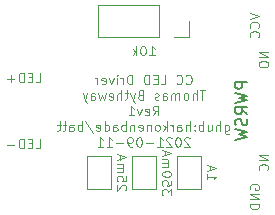
<source format=gbo>
%TF.GenerationSoftware,KiCad,Pcbnew,(5.1.9)-1*%
%TF.CreationDate,2021-09-17T21:45:03+01:00*%
%TF.ProjectId,led-addon,6c65642d-6164-4646-9f6e-2e6b69636164,rev?*%
%TF.SameCoordinates,Original*%
%TF.FileFunction,Legend,Bot*%
%TF.FilePolarity,Positive*%
%FSLAX46Y46*%
G04 Gerber Fmt 4.6, Leading zero omitted, Abs format (unit mm)*
G04 Created by KiCad (PCBNEW (5.1.9)-1) date 2021-09-17 21:45:03*
%MOMM*%
%LPD*%
G01*
G04 APERTURE LIST*
%ADD10C,0.120000*%
%ADD11C,0.150000*%
G04 APERTURE END LIST*
D10*
X43541904Y-27990880D02*
X42741904Y-27990880D01*
X43541904Y-28448023D01*
X42741904Y-28448023D01*
X42741904Y-28981357D02*
X42741904Y-29133738D01*
X42780000Y-29209928D01*
X42856190Y-29286119D01*
X43008571Y-29324214D01*
X43275238Y-29324214D01*
X43427619Y-29286119D01*
X43503809Y-29209928D01*
X43541904Y-29133738D01*
X43541904Y-28981357D01*
X43503809Y-28905166D01*
X43427619Y-28828976D01*
X43275238Y-28790880D01*
X43008571Y-28790880D01*
X42856190Y-28828976D01*
X42780000Y-28905166D01*
X42741904Y-28981357D01*
X43541904Y-36709428D02*
X42741904Y-36709428D01*
X43541904Y-37166571D01*
X42741904Y-37166571D01*
X43465714Y-38004666D02*
X43503809Y-37966571D01*
X43541904Y-37852285D01*
X43541904Y-37776095D01*
X43503809Y-37661809D01*
X43427619Y-37585619D01*
X43351428Y-37547523D01*
X43199047Y-37509428D01*
X43084761Y-37509428D01*
X42932380Y-37547523D01*
X42856190Y-37585619D01*
X42780000Y-37661809D01*
X42741904Y-37776095D01*
X42741904Y-37852285D01*
X42780000Y-37966571D01*
X42818095Y-38004666D01*
X31476904Y-39712714D02*
X31515000Y-39674619D01*
X31553095Y-39598428D01*
X31553095Y-39407952D01*
X31515000Y-39331761D01*
X31476904Y-39293666D01*
X31400714Y-39255571D01*
X31324523Y-39255571D01*
X31210238Y-39293666D01*
X30753095Y-39750809D01*
X30753095Y-39255571D01*
X31553095Y-38531761D02*
X31553095Y-38912714D01*
X31172142Y-38950809D01*
X31210238Y-38912714D01*
X31248333Y-38836523D01*
X31248333Y-38646047D01*
X31210238Y-38569857D01*
X31172142Y-38531761D01*
X31095952Y-38493666D01*
X30905476Y-38493666D01*
X30829285Y-38531761D01*
X30791190Y-38569857D01*
X30753095Y-38646047D01*
X30753095Y-38836523D01*
X30791190Y-38912714D01*
X30829285Y-38950809D01*
X30753095Y-38150809D02*
X31286428Y-38150809D01*
X31210238Y-38150809D02*
X31248333Y-38112714D01*
X31286428Y-38036523D01*
X31286428Y-37922238D01*
X31248333Y-37846047D01*
X31172142Y-37807952D01*
X30753095Y-37807952D01*
X31172142Y-37807952D02*
X31248333Y-37769857D01*
X31286428Y-37693666D01*
X31286428Y-37579380D01*
X31248333Y-37503190D01*
X31172142Y-37465095D01*
X30753095Y-37465095D01*
X30981666Y-37122238D02*
X30981666Y-36741285D01*
X30753095Y-37198428D02*
X31553095Y-36931761D01*
X30753095Y-36665095D01*
X35363095Y-40131761D02*
X35363095Y-39636523D01*
X35058333Y-39903190D01*
X35058333Y-39788904D01*
X35020238Y-39712714D01*
X34982142Y-39674619D01*
X34905952Y-39636523D01*
X34715476Y-39636523D01*
X34639285Y-39674619D01*
X34601190Y-39712714D01*
X34563095Y-39788904D01*
X34563095Y-40017476D01*
X34601190Y-40093666D01*
X34639285Y-40131761D01*
X35363095Y-38912714D02*
X35363095Y-39293666D01*
X34982142Y-39331761D01*
X35020238Y-39293666D01*
X35058333Y-39217476D01*
X35058333Y-39027000D01*
X35020238Y-38950809D01*
X34982142Y-38912714D01*
X34905952Y-38874619D01*
X34715476Y-38874619D01*
X34639285Y-38912714D01*
X34601190Y-38950809D01*
X34563095Y-39027000D01*
X34563095Y-39217476D01*
X34601190Y-39293666D01*
X34639285Y-39331761D01*
X35363095Y-38379380D02*
X35363095Y-38303190D01*
X35325000Y-38227000D01*
X35286904Y-38188904D01*
X35210714Y-38150809D01*
X35058333Y-38112714D01*
X34867857Y-38112714D01*
X34715476Y-38150809D01*
X34639285Y-38188904D01*
X34601190Y-38227000D01*
X34563095Y-38303190D01*
X34563095Y-38379380D01*
X34601190Y-38455571D01*
X34639285Y-38493666D01*
X34715476Y-38531761D01*
X34867857Y-38569857D01*
X35058333Y-38569857D01*
X35210714Y-38531761D01*
X35286904Y-38493666D01*
X35325000Y-38455571D01*
X35363095Y-38379380D01*
X34563095Y-37769857D02*
X35096428Y-37769857D01*
X35020238Y-37769857D02*
X35058333Y-37731761D01*
X35096428Y-37655571D01*
X35096428Y-37541285D01*
X35058333Y-37465095D01*
X34982142Y-37427000D01*
X34563095Y-37427000D01*
X34982142Y-37427000D02*
X35058333Y-37388904D01*
X35096428Y-37312714D01*
X35096428Y-37198428D01*
X35058333Y-37122238D01*
X34982142Y-37084142D01*
X34563095Y-37084142D01*
X34791666Y-36741285D02*
X34791666Y-36360333D01*
X34563095Y-36817476D02*
X35363095Y-36550809D01*
X34563095Y-36284142D01*
X38373095Y-38341285D02*
X38373095Y-38798428D01*
X38373095Y-38569857D02*
X39173095Y-38569857D01*
X39058809Y-38646047D01*
X38982619Y-38722238D01*
X38944523Y-38798428D01*
X38601666Y-38036523D02*
X38601666Y-37655571D01*
X38373095Y-38112714D02*
X39173095Y-37846047D01*
X38373095Y-37579380D01*
X36600952Y-30665714D02*
X36639047Y-30703809D01*
X36753333Y-30741904D01*
X36829523Y-30741904D01*
X36943809Y-30703809D01*
X37020000Y-30627619D01*
X37058095Y-30551428D01*
X37096190Y-30399047D01*
X37096190Y-30284761D01*
X37058095Y-30132380D01*
X37020000Y-30056190D01*
X36943809Y-29980000D01*
X36829523Y-29941904D01*
X36753333Y-29941904D01*
X36639047Y-29980000D01*
X36600952Y-30018095D01*
X35800952Y-30665714D02*
X35839047Y-30703809D01*
X35953333Y-30741904D01*
X36029523Y-30741904D01*
X36143809Y-30703809D01*
X36220000Y-30627619D01*
X36258095Y-30551428D01*
X36296190Y-30399047D01*
X36296190Y-30284761D01*
X36258095Y-30132380D01*
X36220000Y-30056190D01*
X36143809Y-29980000D01*
X36029523Y-29941904D01*
X35953333Y-29941904D01*
X35839047Y-29980000D01*
X35800952Y-30018095D01*
X34467619Y-30741904D02*
X34848571Y-30741904D01*
X34848571Y-29941904D01*
X34200952Y-30322857D02*
X33934285Y-30322857D01*
X33820000Y-30741904D02*
X34200952Y-30741904D01*
X34200952Y-29941904D01*
X33820000Y-29941904D01*
X33477142Y-30741904D02*
X33477142Y-29941904D01*
X33286666Y-29941904D01*
X33172380Y-29980000D01*
X33096190Y-30056190D01*
X33058095Y-30132380D01*
X33020000Y-30284761D01*
X33020000Y-30399047D01*
X33058095Y-30551428D01*
X33096190Y-30627619D01*
X33172380Y-30703809D01*
X33286666Y-30741904D01*
X33477142Y-30741904D01*
X32067619Y-30741904D02*
X32067619Y-29941904D01*
X31877142Y-29941904D01*
X31762857Y-29980000D01*
X31686666Y-30056190D01*
X31648571Y-30132380D01*
X31610476Y-30284761D01*
X31610476Y-30399047D01*
X31648571Y-30551428D01*
X31686666Y-30627619D01*
X31762857Y-30703809D01*
X31877142Y-30741904D01*
X32067619Y-30741904D01*
X31267619Y-30741904D02*
X31267619Y-30208571D01*
X31267619Y-30360952D02*
X31229523Y-30284761D01*
X31191428Y-30246666D01*
X31115238Y-30208571D01*
X31039047Y-30208571D01*
X30772380Y-30741904D02*
X30772380Y-30208571D01*
X30772380Y-29941904D02*
X30810476Y-29980000D01*
X30772380Y-30018095D01*
X30734285Y-29980000D01*
X30772380Y-29941904D01*
X30772380Y-30018095D01*
X30467619Y-30208571D02*
X30277142Y-30741904D01*
X30086666Y-30208571D01*
X29477142Y-30703809D02*
X29553333Y-30741904D01*
X29705714Y-30741904D01*
X29781904Y-30703809D01*
X29820000Y-30627619D01*
X29820000Y-30322857D01*
X29781904Y-30246666D01*
X29705714Y-30208571D01*
X29553333Y-30208571D01*
X29477142Y-30246666D01*
X29439047Y-30322857D01*
X29439047Y-30399047D01*
X29820000Y-30475238D01*
X29096190Y-30741904D02*
X29096190Y-30208571D01*
X29096190Y-30360952D02*
X29058095Y-30284761D01*
X29020000Y-30246666D01*
X28943809Y-30208571D01*
X28867619Y-30208571D01*
X38220000Y-31261904D02*
X37762857Y-31261904D01*
X37991428Y-32061904D02*
X37991428Y-31261904D01*
X37496190Y-32061904D02*
X37496190Y-31261904D01*
X37153333Y-32061904D02*
X37153333Y-31642857D01*
X37191428Y-31566666D01*
X37267619Y-31528571D01*
X37381904Y-31528571D01*
X37458095Y-31566666D01*
X37496190Y-31604761D01*
X36658095Y-32061904D02*
X36734285Y-32023809D01*
X36772380Y-31985714D01*
X36810476Y-31909523D01*
X36810476Y-31680952D01*
X36772380Y-31604761D01*
X36734285Y-31566666D01*
X36658095Y-31528571D01*
X36543809Y-31528571D01*
X36467619Y-31566666D01*
X36429523Y-31604761D01*
X36391428Y-31680952D01*
X36391428Y-31909523D01*
X36429523Y-31985714D01*
X36467619Y-32023809D01*
X36543809Y-32061904D01*
X36658095Y-32061904D01*
X36048571Y-32061904D02*
X36048571Y-31528571D01*
X36048571Y-31604761D02*
X36010476Y-31566666D01*
X35934285Y-31528571D01*
X35820000Y-31528571D01*
X35743809Y-31566666D01*
X35705714Y-31642857D01*
X35705714Y-32061904D01*
X35705714Y-31642857D02*
X35667619Y-31566666D01*
X35591428Y-31528571D01*
X35477142Y-31528571D01*
X35400952Y-31566666D01*
X35362857Y-31642857D01*
X35362857Y-32061904D01*
X34639047Y-32061904D02*
X34639047Y-31642857D01*
X34677142Y-31566666D01*
X34753333Y-31528571D01*
X34905714Y-31528571D01*
X34981904Y-31566666D01*
X34639047Y-32023809D02*
X34715238Y-32061904D01*
X34905714Y-32061904D01*
X34981904Y-32023809D01*
X35020000Y-31947619D01*
X35020000Y-31871428D01*
X34981904Y-31795238D01*
X34905714Y-31757142D01*
X34715238Y-31757142D01*
X34639047Y-31719047D01*
X34296190Y-32023809D02*
X34220000Y-32061904D01*
X34067619Y-32061904D01*
X33991428Y-32023809D01*
X33953333Y-31947619D01*
X33953333Y-31909523D01*
X33991428Y-31833333D01*
X34067619Y-31795238D01*
X34181904Y-31795238D01*
X34258095Y-31757142D01*
X34296190Y-31680952D01*
X34296190Y-31642857D01*
X34258095Y-31566666D01*
X34181904Y-31528571D01*
X34067619Y-31528571D01*
X33991428Y-31566666D01*
X32734285Y-31642857D02*
X32620000Y-31680952D01*
X32581904Y-31719047D01*
X32543809Y-31795238D01*
X32543809Y-31909523D01*
X32581904Y-31985714D01*
X32620000Y-32023809D01*
X32696190Y-32061904D01*
X33000952Y-32061904D01*
X33000952Y-31261904D01*
X32734285Y-31261904D01*
X32658095Y-31300000D01*
X32620000Y-31338095D01*
X32581904Y-31414285D01*
X32581904Y-31490476D01*
X32620000Y-31566666D01*
X32658095Y-31604761D01*
X32734285Y-31642857D01*
X33000952Y-31642857D01*
X32277142Y-31528571D02*
X32086666Y-32061904D01*
X31896190Y-31528571D02*
X32086666Y-32061904D01*
X32162857Y-32252380D01*
X32200952Y-32290476D01*
X32277142Y-32328571D01*
X31705714Y-31528571D02*
X31400952Y-31528571D01*
X31591428Y-31261904D02*
X31591428Y-31947619D01*
X31553333Y-32023809D01*
X31477142Y-32061904D01*
X31400952Y-32061904D01*
X31134285Y-32061904D02*
X31134285Y-31261904D01*
X30791428Y-32061904D02*
X30791428Y-31642857D01*
X30829523Y-31566666D01*
X30905714Y-31528571D01*
X31019999Y-31528571D01*
X31096190Y-31566666D01*
X31134285Y-31604761D01*
X30105714Y-32023809D02*
X30181904Y-32061904D01*
X30334285Y-32061904D01*
X30410476Y-32023809D01*
X30448571Y-31947619D01*
X30448571Y-31642857D01*
X30410476Y-31566666D01*
X30334285Y-31528571D01*
X30181904Y-31528571D01*
X30105714Y-31566666D01*
X30067619Y-31642857D01*
X30067619Y-31719047D01*
X30448571Y-31795238D01*
X29800952Y-31528571D02*
X29648571Y-32061904D01*
X29496190Y-31680952D01*
X29343809Y-32061904D01*
X29191428Y-31528571D01*
X28543809Y-32061904D02*
X28543809Y-31642857D01*
X28581904Y-31566666D01*
X28658095Y-31528571D01*
X28810476Y-31528571D01*
X28886666Y-31566666D01*
X28543809Y-32023809D02*
X28619999Y-32061904D01*
X28810476Y-32061904D01*
X28886666Y-32023809D01*
X28924761Y-31947619D01*
X28924761Y-31871428D01*
X28886666Y-31795238D01*
X28810476Y-31757142D01*
X28619999Y-31757142D01*
X28543809Y-31719047D01*
X28239047Y-31528571D02*
X28048571Y-32061904D01*
X27858095Y-31528571D02*
X28048571Y-32061904D01*
X28124761Y-32252380D01*
X28162857Y-32290476D01*
X28239047Y-32328571D01*
X33800952Y-33381904D02*
X34067619Y-33000952D01*
X34258095Y-33381904D02*
X34258095Y-32581904D01*
X33953333Y-32581904D01*
X33877142Y-32620000D01*
X33839047Y-32658095D01*
X33800952Y-32734285D01*
X33800952Y-32848571D01*
X33839047Y-32924761D01*
X33877142Y-32962857D01*
X33953333Y-33000952D01*
X34258095Y-33000952D01*
X33153333Y-33343809D02*
X33229523Y-33381904D01*
X33381904Y-33381904D01*
X33458095Y-33343809D01*
X33496190Y-33267619D01*
X33496190Y-32962857D01*
X33458095Y-32886666D01*
X33381904Y-32848571D01*
X33229523Y-32848571D01*
X33153333Y-32886666D01*
X33115238Y-32962857D01*
X33115238Y-33039047D01*
X33496190Y-33115238D01*
X32848571Y-32848571D02*
X32658095Y-33381904D01*
X32467619Y-32848571D01*
X31743809Y-33381904D02*
X32200952Y-33381904D01*
X31972380Y-33381904D02*
X31972380Y-32581904D01*
X32048571Y-32696190D01*
X32124761Y-32772380D01*
X32200952Y-32810476D01*
X39877142Y-34168571D02*
X39877142Y-34816190D01*
X39915238Y-34892380D01*
X39953333Y-34930476D01*
X40029523Y-34968571D01*
X40143809Y-34968571D01*
X40220000Y-34930476D01*
X39877142Y-34663809D02*
X39953333Y-34701904D01*
X40105714Y-34701904D01*
X40181904Y-34663809D01*
X40220000Y-34625714D01*
X40258095Y-34549523D01*
X40258095Y-34320952D01*
X40220000Y-34244761D01*
X40181904Y-34206666D01*
X40105714Y-34168571D01*
X39953333Y-34168571D01*
X39877142Y-34206666D01*
X39496190Y-34701904D02*
X39496190Y-33901904D01*
X39153333Y-34701904D02*
X39153333Y-34282857D01*
X39191428Y-34206666D01*
X39267619Y-34168571D01*
X39381904Y-34168571D01*
X39458095Y-34206666D01*
X39496190Y-34244761D01*
X38429523Y-34168571D02*
X38429523Y-34701904D01*
X38772380Y-34168571D02*
X38772380Y-34587619D01*
X38734285Y-34663809D01*
X38658095Y-34701904D01*
X38543809Y-34701904D01*
X38467619Y-34663809D01*
X38429523Y-34625714D01*
X38048571Y-34701904D02*
X38048571Y-33901904D01*
X38048571Y-34206666D02*
X37972380Y-34168571D01*
X37820000Y-34168571D01*
X37743809Y-34206666D01*
X37705714Y-34244761D01*
X37667619Y-34320952D01*
X37667619Y-34549523D01*
X37705714Y-34625714D01*
X37743809Y-34663809D01*
X37820000Y-34701904D01*
X37972380Y-34701904D01*
X38048571Y-34663809D01*
X37324761Y-34625714D02*
X37286666Y-34663809D01*
X37324761Y-34701904D01*
X37362857Y-34663809D01*
X37324761Y-34625714D01*
X37324761Y-34701904D01*
X37324761Y-34206666D02*
X37286666Y-34244761D01*
X37324761Y-34282857D01*
X37362857Y-34244761D01*
X37324761Y-34206666D01*
X37324761Y-34282857D01*
X36943809Y-34701904D02*
X36943809Y-33901904D01*
X36600952Y-34701904D02*
X36600952Y-34282857D01*
X36639047Y-34206666D01*
X36715238Y-34168571D01*
X36829523Y-34168571D01*
X36905714Y-34206666D01*
X36943809Y-34244761D01*
X35877142Y-34701904D02*
X35877142Y-34282857D01*
X35915238Y-34206666D01*
X35991428Y-34168571D01*
X36143809Y-34168571D01*
X36220000Y-34206666D01*
X35877142Y-34663809D02*
X35953333Y-34701904D01*
X36143809Y-34701904D01*
X36220000Y-34663809D01*
X36258095Y-34587619D01*
X36258095Y-34511428D01*
X36220000Y-34435238D01*
X36143809Y-34397142D01*
X35953333Y-34397142D01*
X35877142Y-34359047D01*
X35496190Y-34701904D02*
X35496190Y-34168571D01*
X35496190Y-34320952D02*
X35458095Y-34244761D01*
X35420000Y-34206666D01*
X35343809Y-34168571D01*
X35267619Y-34168571D01*
X35000952Y-34701904D02*
X35000952Y-33901904D01*
X34924761Y-34397142D02*
X34696190Y-34701904D01*
X34696190Y-34168571D02*
X35000952Y-34473333D01*
X34239047Y-34701904D02*
X34315238Y-34663809D01*
X34353333Y-34625714D01*
X34391428Y-34549523D01*
X34391428Y-34320952D01*
X34353333Y-34244761D01*
X34315238Y-34206666D01*
X34239047Y-34168571D01*
X34124761Y-34168571D01*
X34048571Y-34206666D01*
X34010476Y-34244761D01*
X33972380Y-34320952D01*
X33972380Y-34549523D01*
X34010476Y-34625714D01*
X34048571Y-34663809D01*
X34124761Y-34701904D01*
X34239047Y-34701904D01*
X33629523Y-34168571D02*
X33629523Y-34701904D01*
X33629523Y-34244761D02*
X33591428Y-34206666D01*
X33515238Y-34168571D01*
X33400952Y-34168571D01*
X33324761Y-34206666D01*
X33286666Y-34282857D01*
X33286666Y-34701904D01*
X32600952Y-34663809D02*
X32677142Y-34701904D01*
X32829523Y-34701904D01*
X32905714Y-34663809D01*
X32943809Y-34587619D01*
X32943809Y-34282857D01*
X32905714Y-34206666D01*
X32829523Y-34168571D01*
X32677142Y-34168571D01*
X32600952Y-34206666D01*
X32562857Y-34282857D01*
X32562857Y-34359047D01*
X32943809Y-34435238D01*
X32220000Y-34168571D02*
X32220000Y-34701904D01*
X32220000Y-34244761D02*
X32181904Y-34206666D01*
X32105714Y-34168571D01*
X31991428Y-34168571D01*
X31915238Y-34206666D01*
X31877142Y-34282857D01*
X31877142Y-34701904D01*
X31496190Y-34701904D02*
X31496190Y-33901904D01*
X31496190Y-34206666D02*
X31420000Y-34168571D01*
X31267619Y-34168571D01*
X31191428Y-34206666D01*
X31153333Y-34244761D01*
X31115238Y-34320952D01*
X31115238Y-34549523D01*
X31153333Y-34625714D01*
X31191428Y-34663809D01*
X31267619Y-34701904D01*
X31420000Y-34701904D01*
X31496190Y-34663809D01*
X30429523Y-34701904D02*
X30429523Y-34282857D01*
X30467619Y-34206666D01*
X30543809Y-34168571D01*
X30696190Y-34168571D01*
X30772380Y-34206666D01*
X30429523Y-34663809D02*
X30505714Y-34701904D01*
X30696190Y-34701904D01*
X30772380Y-34663809D01*
X30810476Y-34587619D01*
X30810476Y-34511428D01*
X30772380Y-34435238D01*
X30696190Y-34397142D01*
X30505714Y-34397142D01*
X30429523Y-34359047D01*
X29705714Y-34701904D02*
X29705714Y-33901904D01*
X29705714Y-34663809D02*
X29781904Y-34701904D01*
X29934285Y-34701904D01*
X30010476Y-34663809D01*
X30048571Y-34625714D01*
X30086666Y-34549523D01*
X30086666Y-34320952D01*
X30048571Y-34244761D01*
X30010476Y-34206666D01*
X29934285Y-34168571D01*
X29781904Y-34168571D01*
X29705714Y-34206666D01*
X29020000Y-34663809D02*
X29096190Y-34701904D01*
X29248571Y-34701904D01*
X29324761Y-34663809D01*
X29362857Y-34587619D01*
X29362857Y-34282857D01*
X29324761Y-34206666D01*
X29248571Y-34168571D01*
X29096190Y-34168571D01*
X29020000Y-34206666D01*
X28981904Y-34282857D01*
X28981904Y-34359047D01*
X29362857Y-34435238D01*
X28067619Y-33863809D02*
X28753333Y-34892380D01*
X27800952Y-34701904D02*
X27800952Y-33901904D01*
X27800952Y-34206666D02*
X27724761Y-34168571D01*
X27572380Y-34168571D01*
X27496190Y-34206666D01*
X27458095Y-34244761D01*
X27420000Y-34320952D01*
X27420000Y-34549523D01*
X27458095Y-34625714D01*
X27496190Y-34663809D01*
X27572380Y-34701904D01*
X27724761Y-34701904D01*
X27800952Y-34663809D01*
X26734285Y-34701904D02*
X26734285Y-34282857D01*
X26772380Y-34206666D01*
X26848571Y-34168571D01*
X27000952Y-34168571D01*
X27077142Y-34206666D01*
X26734285Y-34663809D02*
X26810476Y-34701904D01*
X27000952Y-34701904D01*
X27077142Y-34663809D01*
X27115238Y-34587619D01*
X27115238Y-34511428D01*
X27077142Y-34435238D01*
X27000952Y-34397142D01*
X26810476Y-34397142D01*
X26734285Y-34359047D01*
X26467619Y-34168571D02*
X26162857Y-34168571D01*
X26353333Y-33901904D02*
X26353333Y-34587619D01*
X26315238Y-34663809D01*
X26239047Y-34701904D01*
X26162857Y-34701904D01*
X26010476Y-34168571D02*
X25705714Y-34168571D01*
X25896190Y-33901904D02*
X25896190Y-34587619D01*
X25858095Y-34663809D01*
X25781904Y-34701904D01*
X25705714Y-34701904D01*
X36905714Y-35298095D02*
X36867619Y-35260000D01*
X36791428Y-35221904D01*
X36600952Y-35221904D01*
X36524761Y-35260000D01*
X36486666Y-35298095D01*
X36448571Y-35374285D01*
X36448571Y-35450476D01*
X36486666Y-35564761D01*
X36943809Y-36021904D01*
X36448571Y-36021904D01*
X35953333Y-35221904D02*
X35877142Y-35221904D01*
X35800952Y-35260000D01*
X35762857Y-35298095D01*
X35724761Y-35374285D01*
X35686666Y-35526666D01*
X35686666Y-35717142D01*
X35724761Y-35869523D01*
X35762857Y-35945714D01*
X35800952Y-35983809D01*
X35877142Y-36021904D01*
X35953333Y-36021904D01*
X36029523Y-35983809D01*
X36067619Y-35945714D01*
X36105714Y-35869523D01*
X36143809Y-35717142D01*
X36143809Y-35526666D01*
X36105714Y-35374285D01*
X36067619Y-35298095D01*
X36029523Y-35260000D01*
X35953333Y-35221904D01*
X35381904Y-35298095D02*
X35343809Y-35260000D01*
X35267619Y-35221904D01*
X35077142Y-35221904D01*
X35000952Y-35260000D01*
X34962857Y-35298095D01*
X34924761Y-35374285D01*
X34924761Y-35450476D01*
X34962857Y-35564761D01*
X35420000Y-36021904D01*
X34924761Y-36021904D01*
X34162857Y-36021904D02*
X34620000Y-36021904D01*
X34391428Y-36021904D02*
X34391428Y-35221904D01*
X34467619Y-35336190D01*
X34543809Y-35412380D01*
X34620000Y-35450476D01*
X33820000Y-35717142D02*
X33210476Y-35717142D01*
X32677142Y-35221904D02*
X32600952Y-35221904D01*
X32524761Y-35260000D01*
X32486666Y-35298095D01*
X32448571Y-35374285D01*
X32410476Y-35526666D01*
X32410476Y-35717142D01*
X32448571Y-35869523D01*
X32486666Y-35945714D01*
X32524761Y-35983809D01*
X32600952Y-36021904D01*
X32677142Y-36021904D01*
X32753333Y-35983809D01*
X32791428Y-35945714D01*
X32829523Y-35869523D01*
X32867619Y-35717142D01*
X32867619Y-35526666D01*
X32829523Y-35374285D01*
X32791428Y-35298095D01*
X32753333Y-35260000D01*
X32677142Y-35221904D01*
X32029523Y-36021904D02*
X31877142Y-36021904D01*
X31800952Y-35983809D01*
X31762857Y-35945714D01*
X31686666Y-35831428D01*
X31648571Y-35679047D01*
X31648571Y-35374285D01*
X31686666Y-35298095D01*
X31724761Y-35260000D01*
X31800952Y-35221904D01*
X31953333Y-35221904D01*
X32029523Y-35260000D01*
X32067619Y-35298095D01*
X32105714Y-35374285D01*
X32105714Y-35564761D01*
X32067619Y-35640952D01*
X32029523Y-35679047D01*
X31953333Y-35717142D01*
X31800952Y-35717142D01*
X31724761Y-35679047D01*
X31686666Y-35640952D01*
X31648571Y-35564761D01*
X31305714Y-35717142D02*
X30696190Y-35717142D01*
X29896190Y-36021904D02*
X30353333Y-36021904D01*
X30124761Y-36021904D02*
X30124761Y-35221904D01*
X30200952Y-35336190D01*
X30277142Y-35412380D01*
X30353333Y-35450476D01*
X29134285Y-36021904D02*
X29591428Y-36021904D01*
X29362857Y-36021904D02*
X29362857Y-35221904D01*
X29439047Y-35336190D01*
X29515238Y-35412380D01*
X29591428Y-35450476D01*
%TO.C,RV1*%
X36890000Y-26730000D02*
X36890000Y-25400000D01*
X35560000Y-26730000D02*
X36890000Y-26730000D01*
X34290000Y-26730000D02*
X34290000Y-24070000D01*
X34290000Y-24070000D02*
X29150000Y-24070000D01*
X34290000Y-26730000D02*
X29150000Y-26730000D01*
X29150000Y-26730000D02*
X29150000Y-24070000D01*
%TO.C,JP1*%
X37830000Y-36827000D02*
X35830000Y-36827000D01*
X37830000Y-39627000D02*
X37830000Y-36827000D01*
X35830000Y-39627000D02*
X37830000Y-39627000D01*
X35830000Y-36827000D02*
X35830000Y-39627000D01*
%TO.C,JP3*%
X28210000Y-36827000D02*
X28210000Y-39627000D01*
X28210000Y-39627000D02*
X30210000Y-39627000D01*
X30210000Y-39627000D02*
X30210000Y-36827000D01*
X30210000Y-36827000D02*
X28210000Y-36827000D01*
%TO.C,JP2*%
X32020000Y-36827000D02*
X32020000Y-39627000D01*
X32020000Y-39627000D02*
X34020000Y-39627000D01*
X34020000Y-39627000D02*
X34020000Y-36827000D01*
X34020000Y-36827000D02*
X32020000Y-36827000D01*
%TO.C,SW1*%
D11*
X41790880Y-30575547D02*
X40790880Y-30575547D01*
X40790880Y-30956500D01*
X40838500Y-31051738D01*
X40886119Y-31099357D01*
X40981357Y-31146976D01*
X41124214Y-31146976D01*
X41219452Y-31099357D01*
X41267071Y-31051738D01*
X41314690Y-30956500D01*
X41314690Y-30575547D01*
X40790880Y-31480309D02*
X41790880Y-31718404D01*
X41076595Y-31908880D01*
X41790880Y-32099357D01*
X40790880Y-32337452D01*
X41790880Y-33289833D02*
X41314690Y-32956500D01*
X41790880Y-32718404D02*
X40790880Y-32718404D01*
X40790880Y-33099357D01*
X40838500Y-33194595D01*
X40886119Y-33242214D01*
X40981357Y-33289833D01*
X41124214Y-33289833D01*
X41219452Y-33242214D01*
X41267071Y-33194595D01*
X41314690Y-33099357D01*
X41314690Y-32718404D01*
X41743261Y-33670785D02*
X41790880Y-33813642D01*
X41790880Y-34051738D01*
X41743261Y-34146976D01*
X41695642Y-34194595D01*
X41600404Y-34242214D01*
X41505166Y-34242214D01*
X41409928Y-34194595D01*
X41362309Y-34146976D01*
X41314690Y-34051738D01*
X41267071Y-33861261D01*
X41219452Y-33766023D01*
X41171833Y-33718404D01*
X41076595Y-33670785D01*
X40981357Y-33670785D01*
X40886119Y-33718404D01*
X40838500Y-33766023D01*
X40790880Y-33861261D01*
X40790880Y-34099357D01*
X40838500Y-34242214D01*
X40790880Y-34575547D02*
X41790880Y-34813642D01*
X41076595Y-35004119D01*
X41790880Y-35194595D01*
X40790880Y-35432690D01*
%TO.C,RV1*%
D10*
X33496190Y-28301904D02*
X33953333Y-28301904D01*
X33724761Y-28301904D02*
X33724761Y-27501904D01*
X33800952Y-27616190D01*
X33877142Y-27692380D01*
X33953333Y-27730476D01*
X33000952Y-27501904D02*
X32924761Y-27501904D01*
X32848571Y-27540000D01*
X32810476Y-27578095D01*
X32772380Y-27654285D01*
X32734285Y-27806666D01*
X32734285Y-27997142D01*
X32772380Y-28149523D01*
X32810476Y-28225714D01*
X32848571Y-28263809D01*
X32924761Y-28301904D01*
X33000952Y-28301904D01*
X33077142Y-28263809D01*
X33115238Y-28225714D01*
X33153333Y-28149523D01*
X33191428Y-27997142D01*
X33191428Y-27806666D01*
X33153333Y-27654285D01*
X33115238Y-27578095D01*
X33077142Y-27540000D01*
X33000952Y-27501904D01*
X32391428Y-28301904D02*
X32391428Y-27501904D01*
X32315238Y-27997142D02*
X32086666Y-28301904D01*
X32086666Y-27768571D02*
X32391428Y-28073333D01*
%TO.C,J3*%
X23869523Y-36175904D02*
X24250476Y-36175904D01*
X24250476Y-35375904D01*
X23602857Y-35756857D02*
X23336190Y-35756857D01*
X23221904Y-36175904D02*
X23602857Y-36175904D01*
X23602857Y-35375904D01*
X23221904Y-35375904D01*
X22879047Y-36175904D02*
X22879047Y-35375904D01*
X22688571Y-35375904D01*
X22574285Y-35414000D01*
X22498095Y-35490190D01*
X22460000Y-35566380D01*
X22421904Y-35718761D01*
X22421904Y-35833047D01*
X22460000Y-35985428D01*
X22498095Y-36061619D01*
X22574285Y-36137809D01*
X22688571Y-36175904D01*
X22879047Y-36175904D01*
X22079047Y-35871142D02*
X21469523Y-35871142D01*
%TO.C,J2*%
X23869523Y-30587904D02*
X24250476Y-30587904D01*
X24250476Y-29787904D01*
X23602857Y-30168857D02*
X23336190Y-30168857D01*
X23221904Y-30587904D02*
X23602857Y-30587904D01*
X23602857Y-29787904D01*
X23221904Y-29787904D01*
X22879047Y-30587904D02*
X22879047Y-29787904D01*
X22688571Y-29787904D01*
X22574285Y-29826000D01*
X22498095Y-29902190D01*
X22460000Y-29978380D01*
X22421904Y-30130761D01*
X22421904Y-30245047D01*
X22460000Y-30397428D01*
X22498095Y-30473619D01*
X22574285Y-30549809D01*
X22688571Y-30587904D01*
X22879047Y-30587904D01*
X22079047Y-30283142D02*
X21469523Y-30283142D01*
X21774285Y-30587904D02*
X21774285Y-29978380D01*
%TO.C,J6*%
X42018000Y-39649476D02*
X41979904Y-39573285D01*
X41979904Y-39459000D01*
X42018000Y-39344714D01*
X42094190Y-39268523D01*
X42170380Y-39230428D01*
X42322761Y-39192333D01*
X42437047Y-39192333D01*
X42589428Y-39230428D01*
X42665619Y-39268523D01*
X42741809Y-39344714D01*
X42779904Y-39459000D01*
X42779904Y-39535190D01*
X42741809Y-39649476D01*
X42703714Y-39687571D01*
X42437047Y-39687571D01*
X42437047Y-39535190D01*
X42779904Y-40030428D02*
X41979904Y-40030428D01*
X42779904Y-40487571D01*
X41979904Y-40487571D01*
X42779904Y-40868523D02*
X41979904Y-40868523D01*
X41979904Y-41059000D01*
X42018000Y-41173285D01*
X42094190Y-41249476D01*
X42170380Y-41287571D01*
X42322761Y-41325666D01*
X42437047Y-41325666D01*
X42589428Y-41287571D01*
X42665619Y-41249476D01*
X42741809Y-41173285D01*
X42779904Y-41059000D01*
X42779904Y-40868523D01*
%TO.C,J1*%
X41979904Y-24714333D02*
X42779904Y-24981000D01*
X41979904Y-25247666D01*
X42703714Y-25971476D02*
X42741809Y-25933380D01*
X42779904Y-25819095D01*
X42779904Y-25742904D01*
X42741809Y-25628619D01*
X42665619Y-25552428D01*
X42589428Y-25514333D01*
X42437047Y-25476238D01*
X42322761Y-25476238D01*
X42170380Y-25514333D01*
X42094190Y-25552428D01*
X42018000Y-25628619D01*
X41979904Y-25742904D01*
X41979904Y-25819095D01*
X42018000Y-25933380D01*
X42056095Y-25971476D01*
X42703714Y-26771476D02*
X42741809Y-26733380D01*
X42779904Y-26619095D01*
X42779904Y-26542904D01*
X42741809Y-26428619D01*
X42665619Y-26352428D01*
X42589428Y-26314333D01*
X42437047Y-26276238D01*
X42322761Y-26276238D01*
X42170380Y-26314333D01*
X42094190Y-26352428D01*
X42018000Y-26428619D01*
X41979904Y-26542904D01*
X41979904Y-26619095D01*
X42018000Y-26733380D01*
X42056095Y-26771476D01*
%TD*%
M02*

</source>
